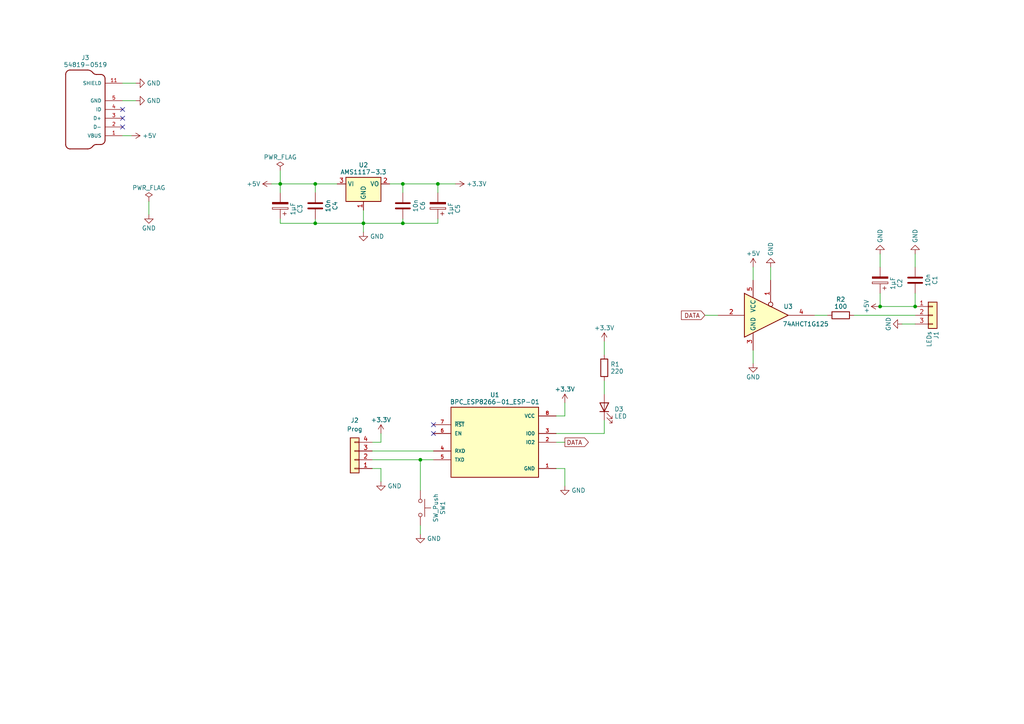
<source format=kicad_sch>
(kicad_sch (version 20230121) (generator eeschema)
  (paper "A4")
  (title_block (title "Carte Stripleds Nano") (date "2025-12-27") (rev "Rev A") (company "BPC") (comment 1 "2 SW - 2 LEDs - 1 Bandeau RGB - Alim USB"))
  (lib_symbols
    (symbol "74xGxx:74AHCT1G125"
      (property "Reference" "U" (at -2.54 3.81 0))
      (property "Value" "74AHCT1G125" (at 0 -3.81 0))
      (symbol "74AHCT1G125_0_1"
        (polyline (pts (xy -7.62 6.35) (xy -7.62 -6.35) (xy 5.08 0) (xy -7.62 6.35)) (stroke (width 0.254)) (fill (type background)))
      )
      (symbol "74AHCT1G125_1_1"
        (pin input inverted (at 0 10.16 270) (length 7.62) (name "~") (number "1"))
        (pin input line (at -15.24 0 0) (length 7.62) (name "~") (number "2"))
        (pin power_in line (at -5.08 -10.16 90) (length 5.08) (name "GND") (number "3"))
        (pin tri_state line (at 12.7 0 180) (length 7.62) (name "~") (number "4"))
        (pin power_in line (at -5.08 10.16 270) (length 5.08) (name "VCC") (number "5"))
      )
    )
    (symbol "Connector_Generic:Conn_01x03" (pin_names (offset 1.016) hide)
      (property "Reference" "J" (at 0 5.08 0))
      (property "Value" "Conn_01x03" (at 0 -5.08 0))
      (symbol "Conn_01x03_1_1"
        (rectangle (start -1.27 -2.413) (end 0 -2.667) (stroke (width 0.1524)))
        (rectangle (start -1.27 0.127) (end 0 -0.127) (stroke (width 0.1524)))
        (rectangle (start -1.27 2.667) (end 0 2.413) (stroke (width 0.1524)))
        (rectangle (start -1.27 3.81) (end 1.27 -3.81) (stroke (width 0.254)) (fill (type background)))
        (pin passive line (at -5.08 2.54 0) (length 3.81) (name "Pin_1") (number "1"))
        (pin passive line (at -5.08 0 0) (length 3.81) (name "Pin_2") (number "2"))
        (pin passive line (at -5.08 -2.54 0) (length 3.81) (name "Pin_3") (number "3"))
      )
    )
    (symbol "Connector_Generic:Conn_01x04" (pin_names (offset 1.016) hide)
      (property "Reference" "J" (at 0 5.08 0))
      (property "Value" "Conn_01x04" (at 0 -7.62 0))
      (symbol "Conn_01x04_1_1"
        (rectangle (start -1.27 -4.953) (end 0 -5.207) (stroke (width 0.1524)))
        (rectangle (start -1.27 -2.413) (end 0 -2.667) (stroke (width 0.1524)))
        (rectangle (start -1.27 0.127) (end 0 -0.127) (stroke (width 0.1524)))
        (rectangle (start -1.27 2.667) (end 0 2.413) (stroke (width 0.1524)))
        (rectangle (start -1.27 3.81) (end 1.27 -6.35) (stroke (width 0.254)) (fill (type background)))
        (pin passive line (at -5.08 2.54 0) (length 3.81) (name "Pin_1") (number "1"))
        (pin passive line (at -5.08 0 0) (length 3.81) (name "Pin_2") (number "2"))
        (pin passive line (at -5.08 -2.54 0) (length 3.81) (name "Pin_3") (number "3"))
        (pin passive line (at -5.08 -5.08 0) (length 3.81) (name "Pin_4") (number "4"))
      )
    )
    (symbol "Device:C" (pin_numbers hide) (pin_names (offset 0.254))
      (property "Reference" "C" (at 0.635 2.54 0))
      (property "Value" "C" (at 0.635 -2.54 0))
      (symbol "C_0_1"
        (polyline (pts (xy -2.032 -0.762) (xy 2.032 -0.762)) (stroke (width 0.508)))
        (polyline (pts (xy -2.032 0.762) (xy 2.032 0.762)) (stroke (width 0.508)))
      )
      (symbol "C_1_1"
        (pin passive line (at 0 3.81 270) (length 2.794) (name "~") (number "1"))
        (pin passive line (at 0 -3.81 90) (length 2.794) (name "~") (number "2"))
      )
    )
    (symbol "Device:C_Polarized" (pin_numbers hide) (pin_names (offset 0.254))
      (property "Reference" "C" (at 0.635 2.54 0))
      (property "Value" "C_Polarized" (at 0.635 -2.54 0))
      (symbol "C_Polarized_0_1"
        (rectangle (start -2.286 0.508) (end 2.286 1.016))
        (polyline (pts (xy -1.778 2.286) (xy -0.762 2.286)))
        (polyline (pts (xy -1.27 2.794) (xy -1.27 1.778)))
        (rectangle (start 2.286 -0.508) (end -2.286 -1.016) (fill (type outline)))
      )
      (symbol "C_Polarized_1_1"
        (pin passive line (at 0 3.81 270) (length 2.794) (name "~") (number "1"))
        (pin passive line (at 0 -3.81 90) (length 2.794) (name "~") (number "2"))
      )
    )
    (symbol "Device:LED" (pin_numbers hide) (pin_names (offset 1.016) hide)
      (property "Reference" "D" (at 0 2.54 0))
      (property "Value" "LED" (at 0 -2.54 0))
      (symbol "LED_0_1"
        (polyline (pts (xy -1.27 -1.27) (xy -1.27 1.27)) (stroke (width 0.254)))
        (polyline (pts (xy -1.27 0) (xy 1.27 0)))
        (polyline (pts (xy 1.27 -1.27) (xy 1.27 1.27) (xy -1.27 0) (xy 1.27 -1.27)) (stroke (width 0.254)))
        (polyline (pts (xy -3.048 -0.762) (xy -4.572 -2.286) (xy -3.81 -2.286) (xy -4.572 -2.286) (xy -4.572 -1.524)))
        (polyline (pts (xy -1.778 -0.762) (xy -3.302 -2.286) (xy -2.54 -2.286) (xy -3.302 -2.286) (xy -3.302 -1.524)))
      )
      (symbol "LED_1_1"
        (pin passive line (at -3.81 0 0) (length 2.54) (name "K") (number "1"))
        (pin passive line (at 3.81 0 180) (length 2.54) (name "A") (number "2"))
      )
    )
    (symbol "Device:R" (pin_numbers hide) (pin_names (offset 0))
      (property "Reference" "R" (at 2.032 0 90))
      (property "Value" "R" (at 0 0 90))
      (symbol "R_0_1"
        (rectangle (start -1.016 -2.54) (end 1.016 2.54) (stroke (width 0.254)))
      )
      (symbol "R_1_1"
        (pin passive line (at 0 3.81 270) (length 1.27) (name "~") (number "1"))
        (pin passive line (at 0 -3.81 90) (length 1.27) (name "~") (number "2"))
      )
    )
    (symbol "Regulator_Linear:AMS1117-3.3"
      (property "Reference" "U" (at -3.81 3.175 0))
      (property "Value" "AMS1117-3.3" (at 0 3.175 0))
      (symbol "AMS1117-3.3_0_1"
        (rectangle (start -5.08 -5.08) (end 5.08 1.905) (stroke (width 0.254)) (fill (type background)))
      )
      (symbol "AMS1117-3.3_1_1"
        (pin power_in line (at 0 -7.62 90) (length 2.54) (name "GND") (number "1"))
        (pin power_out line (at 7.62 0 180) (length 2.54) (name "VO") (number "2"))
        (pin power_in line (at -7.62 0 0) (length 2.54) (name "VI") (number "3"))
      )
    )
    (symbol "Switch:SW_Push" (pin_numbers hide) (pin_names (offset 1.016) hide)
      (property "Reference" "SW" (at 1.27 2.54 0))
      (property "Value" "SW_Push" (at 0 -1.524 0))
      (symbol "SW_Push_0_1"
        (circle (center -2.032 0) (radius 0.508))
        (polyline (pts (xy 0 1.27) (xy 0 3.048)))
        (polyline (pts (xy 2.54 1.27) (xy -2.54 1.27)))
        (circle (center 2.032 0) (radius 0.508))
        (pin passive line (at -5.08 0 0) (length 2.54) (name "1") (number "1"))
        (pin passive line (at 5.08 0 180) (length 2.54) (name "2") (number "2"))
      )
    )
    (symbol "bpc:BPC_ESP8266-01_ESP-01" (pin_names (offset 1.016))
      (property "Reference" "U" (at -12.7 10.668 0))
      (property "Value" "BPC_ESP8266-01_ESP-01" (at -12.7254 -12.7254 0))
      (symbol "BPC_ESP8266-01_ESP-01_0_0"
        (rectangle (start -12.7 -10.16) (end 12.7 10.16) (stroke (width 0.254)) (fill (type background)))
        (pin power_in line (at 17.78 -7.62 180) (length 5.08) (name "GND") (number "1"))
        (pin bidirectional line (at 17.78 0 180) (length 5.08) (name "IO2") (number "2"))
        (pin bidirectional line (at 17.78 2.54 180) (length 5.08) (name "IO0") (number "3"))
        (pin input line (at -17.78 -2.54 0) (length 5.08) (name "RXD") (number "4"))
        (pin output line (at -17.78 -5.08 0) (length 5.08) (name "TXD") (number "5"))
        (pin input line (at -17.78 2.54 0) (length 5.08) (name "EN") (number "6"))
        (pin input line (at -17.78 5.08 0) (length 5.08) (name "~{RST}") (number "7"))
        (pin power_in line (at 17.78 7.62 180) (length 5.08) (name "VCC") (number "8"))
      )
    )
    (symbol "bpc:BPC_MiniUsb_Molex_54819-0519" (pin_names (offset 1.016))
      (property "Reference" "J" (at -2.54 10.16 0))
      (property "Value" "54819-0519" (at -2.54 -16.51 0))
      (symbol "BPC_MiniUsb_Molex_54819-0519_0_0"
        (arc (start -2.54 -11.43) (mid -2.168 -12.328) (end -1.27 -12.7) (stroke (width 0.254)))
        (arc (start -1.27 7.62) (mid -2.168 7.248) (end -2.54 6.35) (stroke (width 0.254)))
        (polyline (pts (xy -2.54 6.35) (xy -2.54 -11.43)) (stroke (width 0.254)))
        (polyline (pts (xy -1.27 -12.7) (xy 0 -12.7)) (stroke (width 0.254)))
        (polyline (pts (xy -1.27 7.62) (xy 0 7.62)) (stroke (width 0.254)))
        (polyline (pts (xy 2.54 -13.97) (xy 7.62 -13.97)) (stroke (width 0.254)))
        (polyline (pts (xy 2.54 8.89) (xy 7.62 8.89)) (stroke (width 0.254)))
        (polyline (pts (xy 8.89 -12.7) (xy 8.89 7.62)) (stroke (width 0.254)))
        (arc (start 0 7.62) (mid 0.568 7.754) (end 1.016 8.128) (stroke (width 0.254)))
        (arc (start 1.016 -13.208) (mid 0.5667 -12.8334) (end 0 -12.7) (stroke (width 0.254)))
        (arc (start 1.016 -13.208) (mid 1.6881 -13.7689) (end 2.54 -13.97) (stroke (width 0.254)))
        (arc (start 2.54 8.89) (mid 1.6861 8.6879) (end 1.016 8.128) (stroke (width 0.254)))
        (arc (start 7.62 -13.97) (mid 8.518 -13.598) (end 8.89 -12.7) (stroke (width 0.254)))
        (arc (start 8.89 7.62) (mid 8.518 8.518) (end 7.62 8.89) (stroke (width 0.254)))
        (pin power_in line (at -7.62 5.08 0) (length 5.08) (name "VBUS") (number "1"))
        (pin power_in line (at -7.62 -5.08 0) (length 5.08) hide (name "GND") (number "10"))
        (pin passive line (at -7.62 -10.16 0) (length 5.08) (name "SHIELD") (number "11"))
        (pin passive line (at -7.62 -10.16 0) (length 5.08) hide (name "SHIELD") (number "12"))
        (pin bidirectional line (at -7.62 2.54 0) (length 5.08) (name "D-") (number "2"))
        (pin bidirectional line (at -7.62 0 0) (length 5.08) (name "D+") (number "3"))
        (pin bidirectional line (at -7.62 -2.54 0) (length 5.08) (name "ID") (number "4"))
        (pin power_in line (at -7.62 -5.08 0) (length 5.08) (name "GND") (number "5"))
        (pin power_in line (at -7.62 5.08 0) (length 5.08) hide (name "VBUS") (number "6"))
        (pin bidirectional line (at -7.62 2.54 0) (length 5.08) hide (name "D-") (number "7"))
        (pin bidirectional line (at -7.62 0 0) (length 5.08) hide (name "D+") (number "8"))
        (pin bidirectional line (at -7.62 -2.54 0) (length 5.08) hide (name "ID") (number "9"))
        (pin passive line (at -7.62 -10.16 0) (length 5.08) hide (name "SHIELD") (number "S1"))
        (pin passive line (at -7.62 -10.16 0) (length 5.08) hide (name "SHIELD") (number "S2"))
      )
    )
    (symbol "power:+3.3V" (power) (pin_names (offset 0))
      (property "Value" "+3.3V" (at 0 3.556 0))
      (symbol "+3.3V_0_1"
        (polyline (pts (xy -0.762 1.27) (xy 0 2.54)))
        (polyline (pts (xy 0 0) (xy 0 2.54)))
        (polyline (pts (xy 0 2.54) (xy 0.762 1.27)))
      )
      (symbol "+3.3V_1_1"
        (pin power_in line (at 0 0 90) (length 0) hide (name "+3.3V") (number "1"))
      )
    )
    (symbol "power:+5V" (power) (pin_names (offset 0))
      (property "Value" "+5V" (at 0 3.556 0))
      (symbol "+5V_0_1"
        (polyline (pts (xy -0.762 1.27) (xy 0 2.54)))
        (polyline (pts (xy 0 0) (xy 0 2.54)))
        (polyline (pts (xy 0 2.54) (xy 0.762 1.27)))
      )
      (symbol "+5V_1_1"
        (pin power_in line (at 0 0 90) (length 0) hide (name "+5V") (number "1"))
      )
    )
    (symbol "power:GND" (power) (pin_names (offset 0))
      (property "Value" "GND" (at 0 -3.81 0))
      (symbol "GND_0_1"
        (polyline (pts (xy 0 0) (xy 0 -1.27) (xy 1.27 -1.27) (xy 0 -2.54) (xy -1.27 -1.27) (xy 0 -1.27)))
      )
      (symbol "GND_1_1"
        (pin power_in line (at 0 0 270) (length 0) hide (name "GND") (number "1"))
      )
    )
    (symbol "power:PWR_FLAG" (power) (pin_numbers hide) (pin_names (offset 0) hide)
      (property "Value" "PWR_FLAG" (at 0 3.81 0))
      (symbol "PWR_FLAG_0_0"
        (pin power_out line (at 0 0 90) (length 0) (name "pwr") (number "1"))
      )
      (symbol "PWR_FLAG_0_1"
        (polyline (pts (xy 0 0) (xy 0 1.27) (xy -1.016 1.905) (xy 0 2.54) (xy 1.016 1.905) (xy 0 1.27)))
      )
    )
  )
  (junction (at 255.27 88.9))
  (junction (at 105.41 64.77))
  (junction (at 91.44 64.77))
  (junction (at 116.84 64.77))
  (junction (at 81.28 53.34))
  (junction (at 127 53.34))
  (junction (at 91.44 53.34))
  (junction (at 116.84 53.34))
  (junction (at 121.92 133.35))
  (junction (at 265.43 88.9))
  (no_connect (at 125.73 123.19))
  (no_connect (at 125.73 125.73))
  (no_connect (at 35.56 34.29))
  (no_connect (at 35.56 31.75))
  (no_connect (at 35.56 36.83))
  (wire (pts (xy 91.44 64.77) (xy 81.28 64.77)))
  (wire (pts (xy 265.43 73.66) (xy 265.43 77.47)))
  (wire (pts (xy 107.95 133.35) (xy 121.92 133.35)))
  (wire (pts (xy 81.28 53.34) (xy 81.28 55.88)))
  (wire (pts (xy 35.56 39.37) (xy 38.1 39.37)))
  (wire (pts (xy 110.49 128.27) (xy 110.49 125.73)))
  (wire (pts (xy 91.44 64.77) (xy 91.44 63.5)))
  (wire (pts (xy 247.65 91.44) (xy 265.43 91.44)))
  (wire (pts (xy 218.44 77.47) (xy 218.44 81.28)))
  (wire (pts (xy 175.26 121.92) (xy 175.26 125.73)))
  (wire (pts (xy 121.92 133.35) (xy 125.73 133.35)))
  (wire (pts (xy 107.95 135.89) (xy 110.49 135.89)))
  (wire (pts (xy 35.56 24.13) (xy 39.37 24.13)))
  (wire (pts (xy 105.41 64.77) (xy 105.41 67.31)))
  (wire (pts (xy 105.41 60.96) (xy 105.41 64.77)))
  (wire (pts (xy 116.84 53.34) (xy 127 53.34)))
  (wire (pts (xy 35.56 29.21) (xy 39.37 29.21)))
  (wire (pts (xy 255.27 73.66) (xy 255.27 77.47)))
  (wire (pts (xy 121.92 152.4) (xy 121.92 154.94)))
  (wire (pts (xy 265.43 85.09) (xy 265.43 88.9)))
  (wire (pts (xy 107.95 128.27) (xy 110.49 128.27)))
  (wire (pts (xy 175.26 99.06) (xy 175.26 102.87)))
  (wire (pts (xy 81.28 64.77) (xy 81.28 63.5)))
  (wire (pts (xy 127 55.88) (xy 127 53.34)))
  (wire (pts (xy 161.29 120.65) (xy 163.83 120.65)))
  (wire (pts (xy 265.43 88.9) (xy 255.27 88.9)))
  (wire (pts (xy 113.03 53.34) (xy 116.84 53.34)))
  (wire (pts (xy 116.84 53.34) (xy 116.84 55.88)))
  (wire (pts (xy 161.29 125.73) (xy 175.26 125.73)))
  (wire (pts (xy 127 53.34) (xy 132.08 53.34)))
  (wire (pts (xy 110.49 135.89) (xy 110.49 139.7)))
  (wire (pts (xy 175.26 110.49) (xy 175.26 114.3)))
  (wire (pts (xy 81.28 49.53) (xy 81.28 53.34)))
  (wire (pts (xy 116.84 64.77) (xy 116.84 63.5)))
  (wire (pts (xy 78.74 53.34) (xy 81.28 53.34)))
  (wire (pts (xy 255.27 85.09) (xy 255.27 88.9)))
  (wire (pts (xy 236.22 91.44) (xy 240.03 91.44)))
  (wire (pts (xy 107.95 130.81) (xy 125.73 130.81)))
  (wire (pts (xy 161.29 128.27) (xy 163.83 128.27)))
  (wire (pts (xy 105.41 64.77) (xy 116.84 64.77)))
  (wire (pts (xy 223.52 77.47) (xy 223.52 81.28)))
  (wire (pts (xy 105.41 64.77) (xy 91.44 64.77)))
  (wire (pts (xy 43.18 58.42) (xy 43.18 62.23)))
  (wire (pts (xy 91.44 53.34) (xy 91.44 55.88)))
  (wire (pts (xy 163.83 120.65) (xy 163.83 116.84)))
  (wire (pts (xy 163.83 135.89) (xy 163.83 140.97)))
  (wire (pts (xy 81.28 53.34) (xy 91.44 53.34)))
  (wire (pts (xy 121.92 142.24) (xy 121.92 133.35)))
  (wire (pts (xy 204.47 91.44) (xy 208.28 91.44)))
  (wire (pts (xy 218.44 101.6) (xy 218.44 105.41)))
  (wire (pts (xy 91.44 53.34) (xy 97.79 53.34)))
  (wire (pts (xy 127 64.77) (xy 127 63.5)))
  (wire (pts (xy 116.84 64.77) (xy 127 64.77)))
  (wire (pts (xy 265.43 93.98) (xy 261.62 93.98)))
  (wire (pts (xy 161.29 135.89) (xy 163.83 135.89)))
  (global_label "DATA" (shape input) (at 204.47 91.44 180) (property "Intersheetrefs" "${INTERSHEET_REFS}" (effects hide)))
  (global_label "DATA" (shape output) (at 163.83 128.27 0) (property "Intersheetrefs" "${INTERSHEET_REFS}" (effects hide)))
  (symbol (lib_id "power:PWR_FLAG") (at 43.18 58.42 0) (unit 1)
    (property "Reference" "#FLG01" (effects hide))
    (property "Value" "PWR_FLAG" (at 43.18 54.475 0))
  )
  (symbol (lib_id "Device:R") (at 243.84 91.44 270) (unit 1)
    (property "Reference" "R2" (at 243.84 86.844 90))
    (property "Value" "100" (at 243.84 88.892 90))
    (property "Footprint" "Resistor_SMD:R_0805_2012Metric_Pad1.20x1.40mm_HandSolder" (effects hide))
  )
  (symbol (lib_id "Switch:SW_Push") (at 121.92 147.32 270) (unit 1)
    (property "Reference" "SW1" (at 128.421 147.32 0))
    (property "Value" "SW_Push" (at 126.373 147.32 0))
    (property "Footprint" "Button_Switch_THT:SW_PUSH_6mm" (effects hide))
  )
  (symbol (lib_id "Device:C") (at 116.84 59.69 0) (unit 1)
    (property "Reference" "C6" (at 122.579 59.69 90))
    (property "Value" "10n" (at 120.531 59.69 90))
    (property "Footprint" "Capacitor_SMD:C_0805_2012Metric_Pad1.18x1.45mm_HandSolder" (effects hide))
  )
  (symbol (lib_id "bpc:BPC_ESP8266-01_ESP-01") (at 143.51 128.27 0) (unit 1)
    (property "Reference" "U1" (at 143.51 114.53 0))
    (property "Value" "BPC_ESP8266-01_ESP-01" (at 143.51 116.578 0))
    (property "Footprint" "bpc:BPC_XCVR_ESP8266-01_ESP-01" (effects hide))
    (property "MAXIMUM_PACKAGE_HEIGHT" "11.2 mm" (effects hide))
    (property "PARTREV" "V1.2" (effects hide))
    (property "STANDARD" "Manufacturer recommendations or IPC 7351B" (effects hide))
    (property "MANUFACTURER" "AI-Thinker" (effects hide))
  )
  (symbol (lib_id "74xGxx:74AHCT1G125") (at 223.52 91.44 0) (unit 1)
    (property "Reference" "U3" (at 228.6 88.9 0))
    (property "Value" "74AHCT1G125" (at 233.68 93.98 0))
    (property "Footprint" "Package_TO_SOT_SMD:SOT-23-5" (effects hide))
    (property "Datasheet" "http://www.ti.com/lit/sg/scyt129e/scyt129e.pdf" (effects hide))
  )
  (symbol (lib_id "Connector_Generic:Conn_01x04") (at 102.87 133.35 180) (unit 1)
    (property "Reference" "J2" (at 102.87 121.92 0))
    (property "Value" "Prog" (at 102.87 124.46 0))
    (property "Footprint" "Connector_PinHeader_2.54mm:PinHeader_1x04_P2.54mm_Vertical" (effects hide))
  )
  (symbol (lib_id "power:GND") (at 218.44 105.41 0) (unit 1)
    (property "Reference" "#PWR017" (effects hide))
    (property "Value" "GND" (at 218.44 109.355 0))
  )
  (symbol (lib_id "Connector_Generic:Conn_01x03") (at 270.51 91.44 0) (unit 1)
    (property "Reference" "J1" (at 271.534 96.012 90) (effects (justify right)))
    (property "Value" "LEDs" (at 269.486 96.012 90) (effects (justify right)))
    (property "Footprint" "Connector_PinHeader_2.54mm:PinHeader_1x03_P2.54mm_Vertical" (effects hide))
  )
  (symbol (lib_id "power:GND") (at 255.27 73.66 180) (unit 1)
    (property "Reference" "#PWR010" (effects hide))
    (property "Value" "GND" (at 255.27 70.4851 90) (effects (justify right)))
  )
  (symbol (lib_id "bpc:BPC_MiniUsb_Molex_54819-0519") (at 27.94 34.29 180) (unit 1)
    (property "Reference" "J3" (at 24.765 16.74 0))
    (property "Value" "54819-0519" (at 24.765 18.788 0))
    (property "Footprint" "bpc:BPC_MiniUsb_Molex_54819-0519" (effects hide))
    (property "MF" "Molex" (effects hide))
    (property "MAXIMUM_PACKAGE_HEIGHT" "3.95mm" (effects hide))
    (property "Package" "None" (effects hide))
    (property "Price" "None" (effects hide))
    (property "Check_prices" "https://www.snapeda.com/parts/548190519/Molex/view-part/?ref=eda" (effects hide))
    (property "STANDARD" "Manufacturer recommendations" (effects hide))
    (property "PARTREV" "A" (effects hide))
    (property "SnapEDA_Link" "https://www.snapeda.com/parts/548190519/Molex/view-part/?ref=snap" (effects hide))
    (property "MP" "548190519" (effects hide))
    (property "Purchase-URL" "https://www.snapeda.com/api/url_track_click_mouser/?unipart_id=3210322&manufacturer=Molex&part_name=548190519&search_term=mini usb" (effects hide))
    (property "Description" "\n                        \n                            USB - mini B USB 2.0 OTG Receptacle Connector 5 Position Through Hole, Right Angle\n                        \n" (effects hide))
    (property "Availability" "In Stock" (effects hide))
    (property "MANUFACTURER" "Molex" (effects hide))
  )
  (symbol (lib_id "power:+3.3V") (at 163.83 116.84 0) (unit 1)
    (property "Reference" "#PWR04" (effects hide))
    (property "Value" "+3.3V" (at 163.83 112.895 0))
  )
  (symbol (lib_id "power:+3.3V") (at 175.26 99.06 0) (unit 1)
    (property "Reference" "#PWR05" (effects hide))
    (property "Value" "+3.3V" (at 175.26 95.115 0))
  )
  (symbol (lib_id "Device:C") (at 91.44 59.69 0) (unit 1)
    (property "Reference" "C4" (at 97.179 59.69 90))
    (property "Value" "10n" (at 95.131 59.69 90))
    (property "Footprint" "Capacitor_SMD:C_0805_2012Metric_Pad1.18x1.45mm_HandSolder" (effects hide))
  )
  (symbol (lib_id "Device:C_Polarized") (at 81.28 59.69 180) (unit 1)
    (property "Reference" "C3" (at 87.019 60.579 90))
    (property "Value" "1µF" (at 84.971 60.579 90))
    (property "Footprint" "Capacitor_SMD:C_0805_2012Metric_Pad1.18x1.45mm_HandSolder" (effects hide))
  )
  (symbol (lib_id "power:+5V") (at 38.1 39.37 270) (unit 1)
    (property "Reference" "#PWR011" (effects hide))
    (property "Value" "+5V" (at 41.275 39.37 90) (effects (justify left)))
  )
  (symbol (lib_id "power:GND") (at 223.52 77.47 180) (unit 1)
    (property "Reference" "#PWR016" (effects hide))
    (property "Value" "GND" (at 223.52 74.2951 90) (effects (justify right)))
  )
  (symbol (lib_id "power:GND") (at 110.49 139.7 0) (unit 1)
    (property "Reference" "#PWR02" (effects hide))
    (property "Value" "GND" (at 112.395 140.97 0) (effects (justify left)))
  )
  (symbol (lib_id "power:GND") (at 121.92 154.94 0) (unit 1)
    (property "Reference" "#PWR01" (effects hide))
    (property "Value" "GND" (at 123.825 156.21 0) (effects (justify left)))
  )
  (symbol (lib_id "power:GND") (at 39.37 29.21 90) (unit 1)
    (property "Reference" "#PWR012" (effects hide))
    (property "Value" "GND" (at 42.545 29.21 90) (effects (justify right)))
  )
  (symbol (lib_id "power:GND") (at 261.62 93.98 270) (unit 1)
    (property "Reference" "#PWR06" (effects hide))
    (property "Value" "GND" (at 257.675 93.98 0))
  )
  (symbol (lib_id "Device:C_Polarized") (at 255.27 81.28 180) (unit 1)
    (property "Reference" "C2" (at 261.009 82.169 90))
    (property "Value" "1µF" (at 258.961 82.169 90))
    (property "Footprint" "Capacitor_SMD:C_0805_2012Metric_Pad1.18x1.45mm_HandSolder" (effects hide))
  )
  (symbol (lib_id "Device:C_Polarized") (at 127 59.69 180) (unit 1)
    (property "Reference" "C5" (at 132.739 60.579 90))
    (property "Value" "1µF" (at 130.691 60.579 90))
    (property "Footprint" "Capacitor_SMD:C_0805_2012Metric_Pad1.18x1.45mm_HandSolder" (effects hide))
  )
  (symbol (lib_id "power:+5V") (at 78.74 53.34 90) (unit 1)
    (property "Reference" "#PWR014" (effects hide))
    (property "Value" "+5V" (at 75.5651 53.34 90) (effects (justify left)))
  )
  (symbol (lib_id "power:+5V") (at 255.27 88.9 90) (unit 1)
    (property "Reference" "#PWR07" (effects hide))
    (property "Value" "+5V" (at 251.325 88.9 0))
  )
  (symbol (lib_id "Device:C") (at 265.43 81.28 0) (unit 1)
    (property "Reference" "C1" (at 271.169 81.28 90))
    (property "Value" "10n" (at 269.121 81.28 90))
    (property "Footprint" "Capacitor_SMD:C_0805_2012Metric_Pad1.18x1.45mm_HandSolder" (effects hide))
  )
  (symbol (lib_id "power:GND") (at 265.43 73.66 180) (unit 1)
    (property "Reference" "#PWR09" (effects hide))
    (property "Value" "GND" (at 265.43 70.4851 90) (effects (justify right)))
  )
  (symbol (lib_id "power:+3.3V") (at 110.49 125.73 0) (unit 1)
    (property "Reference" "#PWR03" (effects hide))
    (property "Value" "+3.3V" (at 110.49 121.785 0))
  )
  (symbol (lib_id "power:GND") (at 39.37 24.13 90) (unit 1)
    (property "Reference" "#PWR019" (effects hide))
    (property "Value" "GND" (at 42.545 24.13 90) (effects (justify right)))
  )
  (symbol (lib_id "Regulator_Linear:AMS1117-3.3") (at 105.41 53.34 0) (unit 1)
    (property "Reference" "U2" (at 105.41 47.855 0))
    (property "Value" "AMS1117-3.3" (at 105.41 49.903 0))
    (property "Footprint" "Package_TO_SOT_SMD:SOT-223-3_TabPin2" (effects hide))
    (property "Datasheet" "http://www.advanced-monolithic.com/pdf/ds1117.pdf" (effects hide))
  )
  (symbol (lib_id "power:GND") (at 105.41 67.31 0) (unit 1)
    (property "Reference" "#PWR015" (effects hide))
    (property "Value" "GND" (at 107.315 68.58 0) (effects (justify left)))
  )
  (symbol (lib_id "Device:LED") (at 175.26 118.11 90) (unit 1)
    (property "Reference" "D3" (at 178.181 118.6735 90) (effects (justify right)))
    (property "Value" "LED" (at 178.181 120.7215 90) (effects (justify right)))
    (property "Footprint" "LED_THT:LED_D3.0mm_FlatTop" (effects hide))
  )
  (symbol (lib_id "power:GND") (at 43.18 62.23 0) (unit 1)
    (property "Reference" "#PWR020" (effects hide))
    (property "Value" "GND" (at 43.18 66.175 0))
  )
  (symbol (lib_id "power:GND") (at 163.83 140.97 0) (unit 1)
    (property "Reference" "#PWR08" (effects hide))
    (property "Value" "GND" (at 165.735 142.24 0) (effects (justify left)))
  )
  (symbol (lib_id "power:PWR_FLAG") (at 81.28 49.53 0) (unit 1)
    (property "Reference" "#FLG02" (effects hide))
    (property "Value" "PWR_FLAG" (at 81.28 45.585 0))
  )
  (symbol (lib_id "power:+3.3V") (at 132.08 53.34 270) (unit 1)
    (property "Reference" "#PWR013" (effects hide))
    (property "Value" "+3.3V" (at 135.255 53.34 90) (effects (justify left)))
  )
  (symbol (lib_id "Device:R") (at 175.26 106.68 180) (unit 1)
    (property "Reference" "R1" (at 177.038 105.656 0) (effects (justify right)))
    (property "Value" "220" (at 177.038 107.704 0) (effects (justify right)))
    (property "Footprint" "Resistor_SMD:R_0805_2012Metric_Pad1.20x1.40mm_HandSolder" (effects hide))
  )
  (symbol (lib_id "power:+5V") (at 218.44 77.47 0) (unit 1)
    (property "Reference" "#PWR018" (effects hide))
    (property "Value" "+5V" (at 218.44 73.525 0))
  )
)
</source>
